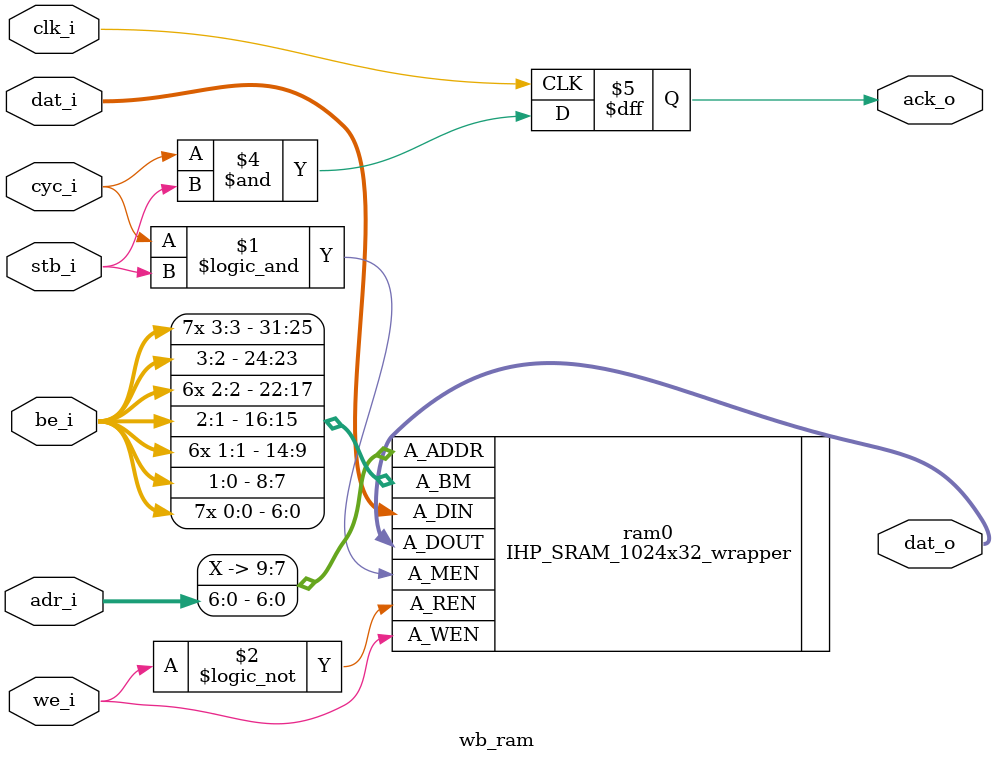
<source format=sv>

module wb_ram #(parameter DEPTH=128, parameter MEMFILE="")
(
   input  logic                     clk_i,
   input  logic                     cyc_i,
   input  logic                     stb_i,
   input  logic                     we_i,
   output logic                     ack_o,
   input  logic [3:0]               be_i,
   input  logic [$clog2(DEPTH)-1:0] adr_i,
   input  logic [31:0]              dat_i,
   output logic [31:0]              dat_o

);

/*`ifdef GOWIN
logic [31:0] mem_r [0:DEPTH-1];
`else
(* ram_style = "block" *) logic [31:0] mem_r [0:DEPTH-1];
`endif

logic read_enable;
logic write_enable;

assign read_enable   = cyc_i & stb_i & ~we_i;
assign write_enable  = cyc_i & stb_i & we_i;

always @(posedge clk_i) begin
   ack_o <= 'b0;

   if (read_enable) begin
      dat_o <= mem_r[adr_i];
      ack_o <= ~ack_o;
   end else if (write_enable) begin
      if (be_i[0]) mem_r[adr_i][7:0]   <= dat_i[7:0];
      if (be_i[1]) mem_r[adr_i][15:8]  <= dat_i[15:8];
      if (be_i[2]) mem_r[adr_i][23:16] <= dat_i[23:16];
      if (be_i[3]) mem_r[adr_i][31:24] <= dat_i[31:24];
      ack_o <= ~ack_o;
   end
end

initial begin
	if(MEMFILE != "") begin
	   $display("Preloading %m from %s", MEMFILE);
	   $readmemh(MEMFILE, mem_r);
	end
end*/

    IHP_SRAM_1024x32_wrapper ram0 (
        .A_ADDR  (adr_i[9:0]),
        .A_BM    ({{8{be_i[3]}}, {8{be_i[2]}}, {8{be_i[1]}}, {8{be_i[0]}}}),
        .A_DIN   (dat_i),
        .A_MEN   (cyc_i && stb_i),
        .A_REN   (!we_i),
        .A_WEN   (we_i),
        .A_DOUT  (dat_o)
    );

    always_ff @(posedge clk_i) begin
        ack_o <= cyc_i & stb_i;
    end

endmodule

</source>
